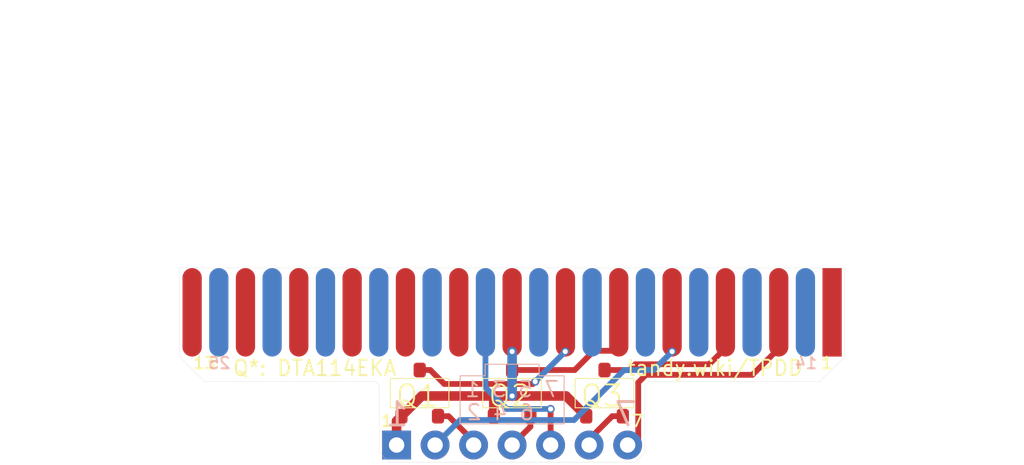
<source format=kicad_pcb>
(kicad_pcb (version 20171130) (host pcbnew 5.1.6-c6e7f7d~87~ubuntu20.04.1)

  (general
    (thickness 1.6)
    (drawings 27)
    (tracks 54)
    (zones 0)
    (modules 5)
    (nets 11)
  )

  (page USLetter)
  (layers
    (0 Top signal)
    (31 Bottom signal)
    (32 B.Adhes user hide)
    (33 F.Adhes user hide)
    (34 B.Paste user hide)
    (35 F.Paste user hide)
    (36 B.SilkS user)
    (37 F.SilkS user)
    (38 B.Mask user)
    (39 F.Mask user)
    (40 Dwgs.User user)
    (41 Cmts.User user hide)
    (42 Eco1.User user hide)
    (43 Eco2.User user hide)
    (44 Edge.Cuts user)
    (45 Margin user hide)
    (46 B.CrtYd user hide)
    (47 F.CrtYd user hide)
    (48 B.Fab user hide)
    (49 F.Fab user hide)
  )

  (setup
    (last_trace_width 0.16)
    (user_trace_width 0.2)
    (user_trace_width 0.3)
    (user_trace_width 0.4)
    (user_trace_width 0.5)
    (trace_clearance 0.16)
    (zone_clearance 0.508)
    (zone_45_only no)
    (trace_min 0.16)
    (via_size 0.42)
    (via_drill 0.26)
    (via_min_size 0.42)
    (via_min_drill 0.26)
    (uvia_size 0.42)
    (uvia_drill 0.26)
    (uvias_allowed no)
    (uvia_min_size 0.42)
    (uvia_min_drill 0.26)
    (edge_width 0.0127)
    (segment_width 0.254)
    (pcb_text_width 0.2032)
    (pcb_text_size 1.2192 1.2192)
    (mod_edge_width 0.0508)
    (mod_text_size 0.6096 0.6096)
    (mod_text_width 0.0508)
    (pad_size 1.524 1.524)
    (pad_drill 0.762)
    (pad_to_mask_clearance 0)
    (aux_axis_origin 0 0)
    (grid_origin 144.866 86.9315)
    (visible_elements FFFFFF7F)
    (pcbplotparams
      (layerselection 0x010fc_ffffffff)
      (usegerberextensions false)
      (usegerberattributes false)
      (usegerberadvancedattributes false)
      (creategerberjobfile false)
      (excludeedgelayer true)
      (linewidth 0.100000)
      (plotframeref false)
      (viasonmask false)
      (mode 1)
      (useauxorigin false)
      (hpglpennumber 1)
      (hpglpenspeed 20)
      (hpglpendiameter 15.000000)
      (psnegative false)
      (psa4output false)
      (plotreference true)
      (plotvalue true)
      (plotinvisibletext false)
      (padsonsilk false)
      (subtractmaskfromsilk false)
      (outputformat 1)
      (mirror false)
      (drillshape 1)
      (scaleselection 1)
      (outputdirectory ""))
  )

  (net 0 "")
  (net 1 /TXD)
  (net 2 /RXD_TTL)
  (net 3 /DTR)
  (net 4 /CTS_TTL)
  (net 5 /DSR_TTL)
  (net 6 /RTS)
  (net 7 /GND)
  (net 8 /DSR)
  (net 9 /CTS)
  (net 10 /RXD)

  (net_class Default "This is the default net class."
    (clearance 0.16)
    (trace_width 0.16)
    (via_dia 0.42)
    (via_drill 0.26)
    (uvia_dia 0.42)
    (uvia_drill 0.26)
    (diff_pair_width 0.16)
    (diff_pair_gap 0.16)
    (add_net /CTS)
    (add_net /CTS_TTL)
    (add_net /DSR)
    (add_net /DSR_TTL)
    (add_net /DTR)
    (add_net /GND)
    (add_net /RTS)
    (add_net /RXD)
    (add_net /RXD_TTL)
    (add_net /TXD)
    (add_net "Net-(J2-Pad1)")
    (add_net "Net-(J2-Pad10)")
    (add_net "Net-(J2-Pad11)")
    (add_net "Net-(J2-Pad12)")
    (add_net "Net-(J2-Pad13)")
    (add_net "Net-(J2-Pad14)")
    (add_net "Net-(J2-Pad15)")
    (add_net "Net-(J2-Pad16)")
    (add_net "Net-(J2-Pad17)")
    (add_net "Net-(J2-Pad18)")
    (add_net "Net-(J2-Pad19)")
    (add_net "Net-(J2-Pad21)")
    (add_net "Net-(J2-Pad22)")
    (add_net "Net-(J2-Pad23)")
    (add_net "Net-(J2-Pad24)")
    (add_net "Net-(J2-Pad25)")
    (add_net "Net-(J2-Pad8)")
    (add_net "Net-(J2-Pad9)")
  )

  (module 000_LOCAL:pins_1x7_2mm (layer Top) (tedit 5D2D8A8A) (tstamp 5F2D9C87)
    (at 144.866 93.4315)
    (descr "Through hole straight pin header, 1x07, 2.00mm pitch, single row")
    (tags "Through hole pin header THT 1x07 2.00mm single row")
    (path /5F2DD465)
    (fp_text reference J1 (at 0.5 -2.11) (layer F.SilkS) hide
      (effects (font (size 1 1) (thickness 0.15)))
    )
    (fp_text value "7 x wire pads" (at 0 1.89) (layer F.Fab) hide
      (effects (font (size 1 1) (thickness 0.15)))
    )
    (fp_line (start -7 0.5) (end -7 -1) (layer F.Fab) (width 0.1))
    (fp_line (start -7 -1) (end 7 -1) (layer F.Fab) (width 0.1))
    (fp_line (start 7 -1) (end 7 1) (layer F.Fab) (width 0.1))
    (fp_line (start 7 1) (end -6.5 1) (layer F.Fab) (width 0.1))
    (fp_line (start -6.5 1) (end -7 0.5) (layer F.Fab) (width 0.1))
    (fp_text user 7 (at 6.5 -1.253 unlocked) (layer F.SilkS)
      (effects (font (size 0.6 0.6) (thickness 0.1)))
    )
    (fp_text user 1 (at -6.51 -1.253 unlocked) (layer F.SilkS)
      (effects (font (size 0.6 0.6) (thickness 0.1)))
    )
    (fp_text user %R (at 0.5 -2.11 180) (layer F.Fab)
      (effects (font (size 1 1) (thickness 0.15)))
    )
    (pad 1 thru_hole rect (at -6 0 90) (size 1.5 1.5) (drill 0.8) (layers *.Cu *.Mask)
      (net 7 /GND))
    (pad 2 thru_hole circle (at -4 0 90) (size 1.5 1.5) (drill 0.8) (layers *.Cu *.Mask)
      (net 6 /RTS))
    (pad 3 thru_hole circle (at -2 0 90) (size 1.5 1.5) (drill 0.8) (layers *.Cu *.Mask)
      (net 5 /DSR_TTL))
    (pad 4 thru_hole circle (at 0 0 90) (size 1.5 1.5) (drill 0.8) (layers *.Cu *.Mask)
      (net 4 /CTS_TTL))
    (pad 5 thru_hole circle (at 2 0 90) (size 1.5 1.5) (drill 0.8) (layers *.Cu *.Mask)
      (net 3 /DTR))
    (pad 6 thru_hole circle (at 4 0 90) (size 1.5 1.5) (drill 0.8) (layers *.Cu *.Mask)
      (net 2 /RXD_TTL))
    (pad 7 thru_hole circle (at 6 0 90) (size 1.5 1.5) (drill 0.8) (layers *.Cu *.Mask)
      (net 1 /TXD))
    (model ${KISYS3DMOD}/Pin_Headers.3dshapes/Pin_Header_Straight_1x07_Pitch2.00mm.wrl
      (at (xyz 0 0 0))
      (scale (xyz 1 1 1))
      (rotate (xyz 0 0 0))
    )
  )

  (module 000_LOCAL:SC-59 (layer Top) (tedit 5F2C749B) (tstamp 5D237AEB)
    (at 149.666 90.7315 90)
    (descr "SC-59, https://lib.chipdip.ru/images/import_diod/original/SOT-23_SC-59.jpg")
    (tags SC-59)
    (path /5F2E424E)
    (attr smd)
    (fp_text reference Q3 (at 0.5 -1.3 unlocked) (layer F.SilkS)
      (effects (font (size 1.1 1.1) (thickness 0.1)) (justify left top))
    )
    (fp_text value DTA114EKA (at -1.905 3.175 270) (layer F.Fab) hide
      (effects (font (size 1.2065 1.2065) (thickness 0.1016)) (justify left top))
    )
    (fp_line (start -0.762 1.516) (end 0.762 1.516) (layer F.SilkS) (width 0.0508))
    (fp_line (start -0.762 -1.524) (end 0.762 -1.524) (layer F.SilkS) (width 0.0508))
    (fp_line (start -0.762 -1.524) (end -0.762 1.516) (layer F.SilkS) (width 0.0508))
    (fp_line (start 0.762 -1.524) (end 0.762 1.516) (layer F.SilkS) (width 0.0508))
    (fp_text user %R (at 0 0) (layer F.Fab) hide
      (effects (font (size 0.5 0.5) (thickness 0.075)))
    )
    (pad 1 smd roundrect (at -1.2 -0.95 90) (size 0.762 0.635) (layers Top F.Paste F.Mask) (roundrect_rratio 0.25)
      (net 7 /GND))
    (pad 2 smd roundrect (at -1.2 0.95 90) (size 0.762 0.635) (layers Top F.Paste F.Mask) (roundrect_rratio 0.25)
      (net 2 /RXD_TTL))
    (pad 3 smd roundrect (at 1.2 0 90) (size 0.762 0.635) (layers Top F.Paste F.Mask) (roundrect_rratio 0.25)
      (net 10 /RXD))
    (model ${KIPRJMOD}/000_LOCAL.pretty/3dshapes/SC-59.step
      (at (xyz 0 0 0))
      (scale (xyz 1 1 1))
      (rotate (xyz 0 0 0))
    )
  )

  (module 000_LOCAL:SC-59 (layer Top) (tedit 5F2C749B) (tstamp 5D237AF8)
    (at 144.866 90.7315 90)
    (descr "SC-59, https://lib.chipdip.ru/images/import_diod/original/SOT-23_SC-59.jpg")
    (tags SC-59)
    (path /5F2E2C8F)
    (attr smd)
    (fp_text reference Q2 (at 0.5 -1.3 unlocked) (layer F.SilkS)
      (effects (font (size 1.1 1.1) (thickness 0.1)) (justify left top))
    )
    (fp_text value DTA114EKA (at -1.905 3.175 270) (layer F.Fab) hide
      (effects (font (size 1.2065 1.2065) (thickness 0.1016)) (justify left top))
    )
    (fp_line (start -0.762 1.516) (end 0.762 1.516) (layer F.SilkS) (width 0.0508))
    (fp_line (start -0.762 -1.524) (end 0.762 -1.524) (layer F.SilkS) (width 0.0508))
    (fp_line (start -0.762 -1.524) (end -0.762 1.516) (layer F.SilkS) (width 0.0508))
    (fp_line (start 0.762 -1.524) (end 0.762 1.516) (layer F.SilkS) (width 0.0508))
    (fp_text user %R (at 0 0) (layer F.Fab) hide
      (effects (font (size 0.5 0.5) (thickness 0.075)))
    )
    (pad 1 smd roundrect (at -1.2 -0.95 90) (size 0.762 0.635) (layers Top F.Paste F.Mask) (roundrect_rratio 0.25)
      (net 7 /GND))
    (pad 2 smd roundrect (at -1.2 0.95 90) (size 0.762 0.635) (layers Top F.Paste F.Mask) (roundrect_rratio 0.25)
      (net 4 /CTS_TTL))
    (pad 3 smd roundrect (at 1.2 0 90) (size 0.762 0.635) (layers Top F.Paste F.Mask) (roundrect_rratio 0.25)
      (net 9 /CTS))
    (model ${KIPRJMOD}/000_LOCAL.pretty/3dshapes/SC-59.step
      (at (xyz 0 0 0))
      (scale (xyz 1 1 1))
      (rotate (xyz 0 0 0))
    )
  )

  (module 000_LOCAL:SC-59 (layer Top) (tedit 5F2C749B) (tstamp 5F2E3AF1)
    (at 140.066 90.7315 90)
    (descr "SC-59, https://lib.chipdip.ru/images/import_diod/original/SOT-23_SC-59.jpg")
    (tags SC-59)
    (path /5F2DFF29)
    (attr smd)
    (fp_text reference Q1 (at 0.5 -1.3 unlocked) (layer F.SilkS)
      (effects (font (size 1.1 1.1) (thickness 0.1)) (justify left top))
    )
    (fp_text value DTA114EKA (at -1.905 3.175 270) (layer F.Fab) hide
      (effects (font (size 1.2065 1.2065) (thickness 0.1016)) (justify left top))
    )
    (fp_line (start -0.762 1.516) (end 0.762 1.516) (layer F.SilkS) (width 0.0508))
    (fp_line (start -0.762 -1.524) (end 0.762 -1.524) (layer F.SilkS) (width 0.0508))
    (fp_line (start -0.762 -1.524) (end -0.762 1.516) (layer F.SilkS) (width 0.0508))
    (fp_line (start 0.762 -1.524) (end 0.762 1.516) (layer F.SilkS) (width 0.0508))
    (fp_text user %R (at 0 0) (layer F.Fab) hide
      (effects (font (size 0.5 0.5) (thickness 0.075)))
    )
    (pad 1 smd roundrect (at -1.2 -0.95 90) (size 0.762 0.635) (layers Top F.Paste F.Mask) (roundrect_rratio 0.25)
      (net 7 /GND))
    (pad 2 smd roundrect (at -1.2 0.95 90) (size 0.762 0.635) (layers Top F.Paste F.Mask) (roundrect_rratio 0.25)
      (net 5 /DSR_TTL))
    (pad 3 smd roundrect (at 1.2 0 90) (size 0.762 0.635) (layers Top F.Paste F.Mask) (roundrect_rratio 0.25)
      (net 8 /DSR))
    (model ${KIPRJMOD}/000_LOCAL.pretty/3dshapes/SC-59.step
      (at (xyz 0 0 0))
      (scale (xyz 1 1 1))
      (rotate (xyz 0 0 0))
    )
  )

  (module 000_LOCAL:DSUB-25_Male_EdgeMount_P2.77mm (layer Top) (tedit 5F2C6A8A) (tstamp 5D238661)
    (at 144.866 86.0315 180)
    (descr "25-pin D-Sub connector, solder-cups edge-mounted, male, x-pin-pitch 2.77mm, distance of mounting holes 47.1mm, see https://disti-assets.s3.amazonaws.com/tonar/files/datasheets/16730.pdf")
    (tags "25-pin D-Sub connector edge mount solder cup male x-pin-pitch 2.77mm mounting holes distance 47.1mm")
    (path /5F2D078E)
    (attr smd)
    (fp_text reference J2 (at -10.2616 10.16) (layer F.SilkS) hide
      (effects (font (size 1.6891 1.6891) (thickness 0.1778)) (justify right bottom))
    )
    (fp_text value DB25_Male (at -0.1016 10.16) (layer F.Fab) hide
      (effects (font (size 1.6891 1.6891) (thickness 0.1778)) (justify right bottom))
    )
    (fp_line (start -17.22 -0.91) (end -17.22 1.99) (layer F.Fab) (width 0.1))
    (fp_line (start -17.22 1.99) (end -16.02 1.99) (layer F.Fab) (width 0.1))
    (fp_line (start -16.02 1.99) (end -16.02 -0.91) (layer F.Fab) (width 0.1))
    (fp_line (start -16.02 -0.91) (end -17.22 -0.91) (layer F.Fab) (width 0.1))
    (fp_line (start -14.45 -0.91) (end -14.45 1.99) (layer F.Fab) (width 0.1))
    (fp_line (start -14.45 1.99) (end -13.25 1.99) (layer F.Fab) (width 0.1))
    (fp_line (start -13.25 1.99) (end -13.25 -0.91) (layer F.Fab) (width 0.1))
    (fp_line (start -13.25 -0.91) (end -14.45 -0.91) (layer F.Fab) (width 0.1))
    (fp_line (start -11.68 -0.91) (end -11.68 1.99) (layer F.Fab) (width 0.1))
    (fp_line (start -11.68 1.99) (end -10.48 1.99) (layer F.Fab) (width 0.1))
    (fp_line (start -10.48 1.99) (end -10.48 -0.91) (layer F.Fab) (width 0.1))
    (fp_line (start -10.48 -0.91) (end -11.68 -0.91) (layer F.Fab) (width 0.1))
    (fp_line (start -8.91 -0.91) (end -8.91 1.99) (layer F.Fab) (width 0.1))
    (fp_line (start -8.91 1.99) (end -7.71 1.99) (layer F.Fab) (width 0.1))
    (fp_line (start -7.71 1.99) (end -7.71 -0.91) (layer F.Fab) (width 0.1))
    (fp_line (start -7.71 -0.91) (end -8.91 -0.91) (layer F.Fab) (width 0.1))
    (fp_line (start -6.14 -0.91) (end -6.14 1.99) (layer F.Fab) (width 0.1))
    (fp_line (start -6.14 1.99) (end -4.94 1.99) (layer F.Fab) (width 0.1))
    (fp_line (start -4.94 1.99) (end -4.94 -0.91) (layer F.Fab) (width 0.1))
    (fp_line (start -4.94 -0.91) (end -6.14 -0.91) (layer F.Fab) (width 0.1))
    (fp_line (start -3.37 -0.91) (end -3.37 1.99) (layer F.Fab) (width 0.1))
    (fp_line (start -3.37 1.99) (end -2.17 1.99) (layer F.Fab) (width 0.1))
    (fp_line (start -2.17 1.99) (end -2.17 -0.91) (layer F.Fab) (width 0.1))
    (fp_line (start -2.17 -0.91) (end -3.37 -0.91) (layer F.Fab) (width 0.1))
    (fp_line (start -0.6 -0.91) (end -0.6 1.99) (layer F.Fab) (width 0.1))
    (fp_line (start -0.6 1.99) (end 0.6 1.99) (layer F.Fab) (width 0.1))
    (fp_line (start 0.6 1.99) (end 0.6 -0.91) (layer F.Fab) (width 0.1))
    (fp_line (start 0.6 -0.91) (end -0.6 -0.91) (layer F.Fab) (width 0.1))
    (fp_line (start 2.17 -0.91) (end 2.17 1.99) (layer F.Fab) (width 0.1))
    (fp_line (start 2.17 1.99) (end 3.37 1.99) (layer F.Fab) (width 0.1))
    (fp_line (start 3.37 1.99) (end 3.37 -0.91) (layer F.Fab) (width 0.1))
    (fp_line (start 3.37 -0.91) (end 2.17 -0.91) (layer F.Fab) (width 0.1))
    (fp_line (start 4.94 -0.91) (end 4.94 1.99) (layer F.Fab) (width 0.1))
    (fp_line (start 4.94 1.99) (end 6.14 1.99) (layer F.Fab) (width 0.1))
    (fp_line (start 6.14 1.99) (end 6.14 -0.91) (layer F.Fab) (width 0.1))
    (fp_line (start 6.14 -0.91) (end 4.94 -0.91) (layer F.Fab) (width 0.1))
    (fp_line (start 7.71 -0.91) (end 7.71 1.99) (layer F.Fab) (width 0.1))
    (fp_line (start 7.71 1.99) (end 8.91 1.99) (layer F.Fab) (width 0.1))
    (fp_line (start 8.91 1.99) (end 8.91 -0.91) (layer F.Fab) (width 0.1))
    (fp_line (start 8.91 -0.91) (end 7.71 -0.91) (layer F.Fab) (width 0.1))
    (fp_line (start 10.48 -0.91) (end 10.48 1.99) (layer F.Fab) (width 0.1))
    (fp_line (start 10.48 1.99) (end 11.68 1.99) (layer F.Fab) (width 0.1))
    (fp_line (start 11.68 1.99) (end 11.68 -0.91) (layer F.Fab) (width 0.1))
    (fp_line (start 11.68 -0.91) (end 10.48 -0.91) (layer F.Fab) (width 0.1))
    (fp_line (start 13.25 -0.91) (end 13.25 1.99) (layer F.Fab) (width 0.1))
    (fp_line (start 13.25 1.99) (end 14.45 1.99) (layer F.Fab) (width 0.1))
    (fp_line (start 14.45 1.99) (end 14.45 -0.91) (layer F.Fab) (width 0.1))
    (fp_line (start 14.45 -0.91) (end 13.25 -0.91) (layer F.Fab) (width 0.1))
    (fp_line (start 16.02 -0.91) (end 16.02 1.99) (layer F.Fab) (width 0.1))
    (fp_line (start 16.02 1.99) (end 17.22 1.99) (layer F.Fab) (width 0.1))
    (fp_line (start 17.22 1.99) (end 17.22 -0.91) (layer F.Fab) (width 0.1))
    (fp_line (start 17.22 -0.91) (end 16.02 -0.91) (layer F.Fab) (width 0.1))
    (fp_line (start -15.835 -0.91) (end -15.835 1.99) (layer B.Fab) (width 0.1))
    (fp_line (start -15.835 1.99) (end -14.635 1.99) (layer B.Fab) (width 0.1))
    (fp_line (start -14.635 1.99) (end -14.635 -0.91) (layer B.Fab) (width 0.1))
    (fp_line (start -14.635 -0.91) (end -15.835 -0.91) (layer B.Fab) (width 0.1))
    (fp_line (start -13.065 -0.91) (end -13.065 1.99) (layer B.Fab) (width 0.1))
    (fp_line (start -13.065 1.99) (end -11.865 1.99) (layer B.Fab) (width 0.1))
    (fp_line (start -11.865 1.99) (end -11.865 -0.91) (layer B.Fab) (width 0.1))
    (fp_line (start -11.865 -0.91) (end -13.065 -0.91) (layer B.Fab) (width 0.1))
    (fp_line (start -10.295 -0.91) (end -10.295 1.99) (layer B.Fab) (width 0.1))
    (fp_line (start -10.295 1.99) (end -9.095 1.99) (layer B.Fab) (width 0.1))
    (fp_line (start -9.095 1.99) (end -9.095 -0.91) (layer B.Fab) (width 0.1))
    (fp_line (start -9.095 -0.91) (end -10.295 -0.91) (layer B.Fab) (width 0.1))
    (fp_line (start -7.525 -0.91) (end -7.525 1.99) (layer B.Fab) (width 0.1))
    (fp_line (start -7.525 1.99) (end -6.325 1.99) (layer B.Fab) (width 0.1))
    (fp_line (start -6.325 1.99) (end -6.325 -0.91) (layer B.Fab) (width 0.1))
    (fp_line (start -6.325 -0.91) (end -7.525 -0.91) (layer B.Fab) (width 0.1))
    (fp_line (start -4.755 -0.91) (end -4.755 1.99) (layer B.Fab) (width 0.1))
    (fp_line (start -4.755 1.99) (end -3.555 1.99) (layer B.Fab) (width 0.1))
    (fp_line (start -3.555 1.99) (end -3.555 -0.91) (layer B.Fab) (width 0.1))
    (fp_line (start -3.555 -0.91) (end -4.755 -0.91) (layer B.Fab) (width 0.1))
    (fp_line (start -1.985 -0.91) (end -1.985 1.99) (layer B.Fab) (width 0.1))
    (fp_line (start -1.985 1.99) (end -0.785 1.99) (layer B.Fab) (width 0.1))
    (fp_line (start -0.785 1.99) (end -0.785 -0.91) (layer B.Fab) (width 0.1))
    (fp_line (start -0.785 -0.91) (end -1.985 -0.91) (layer B.Fab) (width 0.1))
    (fp_line (start 0.785 -0.91) (end 0.785 1.99) (layer B.Fab) (width 0.1))
    (fp_line (start 0.785 1.99) (end 1.985 1.99) (layer B.Fab) (width 0.1))
    (fp_line (start 1.985 1.99) (end 1.985 -0.91) (layer B.Fab) (width 0.1))
    (fp_line (start 1.985 -0.91) (end 0.785 -0.91) (layer B.Fab) (width 0.1))
    (fp_line (start 3.555 -0.91) (end 3.555 1.99) (layer B.Fab) (width 0.1))
    (fp_line (start 3.555 1.99) (end 4.755 1.99) (layer B.Fab) (width 0.1))
    (fp_line (start 4.755 1.99) (end 4.755 -0.91) (layer B.Fab) (width 0.1))
    (fp_line (start 4.755 -0.91) (end 3.555 -0.91) (layer B.Fab) (width 0.1))
    (fp_line (start 6.325 -0.91) (end 6.325 1.99) (layer B.Fab) (width 0.1))
    (fp_line (start 6.325 1.99) (end 7.525 1.99) (layer B.Fab) (width 0.1))
    (fp_line (start 7.525 1.99) (end 7.525 -0.91) (layer B.Fab) (width 0.1))
    (fp_line (start 7.525 -0.91) (end 6.325 -0.91) (layer B.Fab) (width 0.1))
    (fp_line (start 9.095 -0.91) (end 9.095 1.99) (layer B.Fab) (width 0.1))
    (fp_line (start 9.095 1.99) (end 10.295 1.99) (layer B.Fab) (width 0.1))
    (fp_line (start 10.295 1.99) (end 10.295 -0.91) (layer B.Fab) (width 0.1))
    (fp_line (start 10.295 -0.91) (end 9.095 -0.91) (layer B.Fab) (width 0.1))
    (fp_line (start 11.865 -0.91) (end 11.865 1.99) (layer B.Fab) (width 0.1))
    (fp_line (start 11.865 1.99) (end 13.065 1.99) (layer B.Fab) (width 0.1))
    (fp_line (start 13.065 1.99) (end 13.065 -0.91) (layer B.Fab) (width 0.1))
    (fp_line (start 13.065 -0.91) (end 11.865 -0.91) (layer B.Fab) (width 0.1))
    (fp_line (start 14.635 -0.91) (end 14.635 1.99) (layer B.Fab) (width 0.1))
    (fp_line (start 14.635 1.99) (end 15.835 1.99) (layer B.Fab) (width 0.1))
    (fp_line (start 15.835 1.99) (end 15.835 -0.91) (layer B.Fab) (width 0.1))
    (fp_line (start 15.835 -0.91) (end 14.635 -0.91) (layer B.Fab) (width 0.1))
    (fp_line (start -18.55 1.99) (end -18.55 4.79) (layer F.Fab) (width 0.1))
    (fp_line (start -18.55 4.79) (end 18.55 4.79) (layer F.Fab) (width 0.1))
    (fp_line (start 18.55 4.79) (end 18.55 1.99) (layer F.Fab) (width 0.1))
    (fp_line (start 18.55 1.99) (end -18.55 1.99) (layer F.Fab) (width 0.1))
    (fp_line (start -19.55 4.79) (end -19.55 9.29) (layer F.Fab) (width 0.1))
    (fp_line (start -19.55 9.29) (end 19.55 9.29) (layer F.Fab) (width 0.1))
    (fp_line (start 19.55 9.29) (end 19.55 4.79) (layer F.Fab) (width 0.1))
    (fp_line (start 19.55 4.79) (end -19.55 4.79) (layer F.Fab) (width 0.1))
    (fp_line (start -26.55 9.29) (end -26.55 9.69) (layer F.Fab) (width 0.1))
    (fp_line (start -26.55 9.69) (end 26.55 9.69) (layer F.Fab) (width 0.1))
    (fp_line (start 26.55 9.69) (end 26.55 9.29) (layer F.Fab) (width 0.1))
    (fp_line (start 26.55 9.29) (end -26.55 9.29) (layer F.Fab) (width 0.1))
    (fp_line (start -19.15 9.69) (end -19.15 15.69) (layer F.Fab) (width 0.1))
    (fp_line (start -19.15 15.69) (end 19.15 15.69) (layer F.Fab) (width 0.1))
    (fp_line (start 19.15 15.69) (end 19.15 9.69) (layer F.Fab) (width 0.1))
    (fp_line (start 19.15 9.69) (end -19.15 9.69) (layer F.Fab) (width 0.1))
    (fp_text user 14 (at -14.62 -3.49) (layer B.SilkS)
      (effects (font (size 0.6 0.6) (thickness 0.1)) (justify right bottom mirror))
    )
    (fp_text user 13 (at 15.34 -3.49) (layer F.SilkS)
      (effects (font (size 0.6 0.6) (thickness 0.1)) (justify right bottom))
    )
    (fp_text user 25 (at 15.85 -3.49) (layer B.SilkS)
      (effects (font (size 0.6 0.6) (thickness 0.1)) (justify right bottom mirror))
    )
    (fp_text user 1 (at -16.69 -3.49) (layer F.SilkS)
      (effects (font (size 0.6 0.6) (thickness 0.1)) (justify right bottom))
    )
    (fp_text user %R (at 0 3.39) (layer F.Fab)
      (effects (font (size 1 1) (thickness 0.15)))
    )
    (pad 25 smd oval (at 15.235 -0.5 180) (size 1 4.6) (layers Bottom B.Paste B.Mask))
    (pad 24 smd oval (at 12.465 -0.5 180) (size 1 4.6) (layers Bottom B.Paste B.Mask))
    (pad 23 smd oval (at 9.695 -0.5 180) (size 1 4.6) (layers Bottom B.Paste B.Mask))
    (pad 22 smd oval (at 6.925 -0.5 180) (size 1 4.6) (layers Bottom B.Paste B.Mask))
    (pad 21 smd oval (at 4.155 -0.5 180) (size 1 4.6) (layers Bottom B.Paste B.Mask))
    (pad 20 smd oval (at 1.385 -0.5 180) (size 1 4.6) (layers Bottom B.Paste B.Mask)
      (net 3 /DTR))
    (pad 19 smd oval (at -1.385 -0.5 180) (size 1 4.6) (layers Bottom B.Paste B.Mask))
    (pad 18 smd oval (at -4.155 -0.5 180) (size 1 4.6) (layers Bottom B.Paste B.Mask))
    (pad 17 smd oval (at -6.925 -0.5 180) (size 1 4.6) (layers Bottom B.Paste B.Mask))
    (pad 16 smd oval (at -9.695 -0.5 180) (size 1 4.6) (layers Bottom B.Paste B.Mask))
    (pad 15 smd oval (at -12.465 -0.5 180) (size 1 4.6) (layers Bottom B.Paste B.Mask))
    (pad 14 smd oval (at -15.235 -0.5 180) (size 1 4.6) (layers Bottom B.Paste B.Mask))
    (pad 13 smd oval (at 16.62 -0.5 180) (size 1 4.6) (layers Top F.Paste F.Mask))
    (pad 12 smd oval (at 13.85 -0.5 180) (size 1 4.6) (layers Top F.Paste F.Mask))
    (pad 11 smd oval (at 11.08 -0.5 180) (size 1 4.6) (layers Top F.Paste F.Mask))
    (pad 10 smd oval (at 8.31 -0.5 180) (size 1 4.6) (layers Top F.Paste F.Mask))
    (pad 9 smd oval (at 5.54 -0.5 180) (size 1 4.6) (layers Top F.Paste F.Mask))
    (pad 8 smd oval (at 2.77 -0.5 180) (size 1 4.6) (layers Top F.Paste F.Mask))
    (pad 7 smd oval (at 0 -0.5 180) (size 1 4.6) (layers Top F.Paste F.Mask)
      (net 7 /GND))
    (pad 6 smd oval (at -2.77 -0.5 180) (size 1 4.6) (layers Top F.Paste F.Mask)
      (net 8 /DSR))
    (pad 5 smd oval (at -5.54 -0.5 180) (size 1 4.6) (layers Top F.Paste F.Mask)
      (net 9 /CTS))
    (pad 4 smd oval (at -8.31 -0.5 180) (size 1 4.6) (layers Top F.Paste F.Mask)
      (net 6 /RTS))
    (pad 3 smd oval (at -11.08 -0.5 180) (size 1 4.6) (layers Top F.Paste F.Mask)
      (net 10 /RXD))
    (pad 2 smd oval (at -13.85 -0.5 180) (size 1 4.6) (layers Top F.Paste F.Mask)
      (net 1 /TXD))
    (pad 1 smd rect (at -16.62 -0.5 180) (size 1 4.6) (layers Top F.Paste F.Mask))
    (model ${KIPRJMOD}/000_LOCAL.pretty/3dshapes/connector_a-ds_25_pp_z.stp
      (offset (xyz 0 -8.199999999999999 -0.87))
      (scale (xyz 1 1 1))
      (rotate (xyz -90 0 0))
    )
  )

  (gr_line (start 142.166 89.8315) (end 142.166 92.3315) (layer B.SilkS) (width 0.0508) (tstamp 5F2E4AF4))
  (gr_line (start 142.166 89.8315) (end 143.466 89.8315) (layer B.SilkS) (width 0.0508) (tstamp 5F2E4A95))
  (gr_line (start 143.466 89.2315) (end 143.466 89.8315) (layer B.SilkS) (width 0.0508) (tstamp 5F2E4A38))
  (gr_line (start 137.966 93.8115) (end 138.486 94.3315) (layer Edge.Cuts) (width 0.0127) (tstamp 5F2E47A0))
  (gr_line (start 137.966 90.3315) (end 137.966 93.8115) (layer Edge.Cuts) (width 0.0127) (tstamp 5F2E479A))
  (gr_line (start 137.966 90.3315) (end 137.766 90.1315) (layer Edge.Cuts) (width 0.0127) (tstamp 5F2E4793))
  (gr_line (start 128.886 90.1315) (end 137.766 90.1315) (layer Edge.Cuts) (width 0.0127) (tstamp 5F2E478D))
  (gr_line (start 127.586 88.8315) (end 128.886 90.1315) (layer Edge.Cuts) (width 0.0127) (tstamp 5F2E46EE))
  (gr_line (start 162.146 88.8315) (end 160.846 90.1315) (layer Edge.Cuts) (width 0.0127))
  (gr_line (start 151.246 94.3315) (end 138.486 94.3315) (layer Edge.Cuts) (width 0.0127))
  (gr_line (start 151.766 93.8115) (end 151.246 94.3315) (layer Edge.Cuts) (width 0.0127))
  (gr_line (start 162.146 88.8315) (end 162.146 84.2315) (layer Edge.Cuts) (width 0.0127))
  (gr_line (start 151.966 90.1315) (end 160.846 90.1315) (layer Edge.Cuts) (width 0.0127))
  (gr_line (start 151.766 90.3315) (end 151.966 90.1315) (layer Edge.Cuts) (width 0.0127) (tstamp 5F2CFCF6))
  (gr_line (start 127.586 84.2315) (end 127.586 88.8315) (layer Edge.Cuts) (width 0.0127))
  (gr_line (start 151.766 90.3315) (end 151.766 93.8115) (layer Edge.Cuts) (width 0.0127) (tstamp 5F2C6FC9))
  (gr_line (start 127.586 84.2315) (end 162.146 84.2315) (layer Edge.Cuts) (width 0.0127))
  (gr_line (start 147.566 89.8315) (end 147.566 92.3315) (layer B.SilkS) (width 0.0508) (tstamp 5D2D7831))
  (gr_line (start 146.266 89.8315) (end 147.566 89.8315) (layer B.SilkS) (width 0.0508))
  (gr_line (start 146.266 89.2315) (end 146.266 89.8315) (layer B.SilkS) (width 0.0508))
  (gr_line (start 143.466 89.2315) (end 146.266 89.2315) (layer B.SilkS) (width 0.0508) (tstamp 5F2E48CF))
  (gr_line (start 147.566 92.3315) (end 142.166 92.3315) (layer B.SilkS) (width 0.0508))
  (gr_text "  6 4 2" (at 144.866 91.7315) (layer B.SilkS) (tstamp 5D2D7818)
    (effects (font (size 0.8 0.8) (thickness 0.1)) (justify mirror))
  )
  (gr_text "7 5 3 1" (at 144.866 90.5315) (layer B.SilkS)
    (effects (font (size 0.8 0.8) (thickness 0.1)) (justify mirror))
  )
  (gr_text 7 (at 150.7715 91.8315) (layer B.SilkS) (tstamp 5F2D9C73)
    (effects (font (size 1.2192 1.2192) (thickness 0.1524)) (justify mirror))
  )
  (gr_text 1 (at 138.897 91.8315) (layer B.SilkS)
    (effects (font (size 1.2192 1.2192) (thickness 0.1524)) (justify mirror))
  )
  (gr_text "Q*: DTA114EKA                     tandy.wiki/TPDD" (at 145.166 89.4315) (layer F.SilkS)
    (effects (font (size 0.8 0.75) (thickness 0.1)))
  )

  (segment (start 158.716 88.4115) (end 158.716 86.5315) (width 0.3) (layer Top) (net 1))
  (segment (start 157.346 89.7815) (end 158.716 88.4115) (width 0.3) (layer Top) (net 1))
  (segment (start 151.816 89.7815) (end 157.346 89.7815) (width 0.3) (layer Top) (net 1))
  (segment (start 151.416 90.1815) (end 151.816 89.7815) (width 0.3) (layer Top) (net 1))
  (segment (start 151.416 93.1065) (end 151.416 90.1815) (width 0.3) (layer Top) (net 1))
  (segment (start 150.866 93.6565) (end 151.416 93.1065) (width 0.3) (layer Top) (net 1))
  (segment (start 150.866 93.8315) (end 150.866 93.6565) (width 0.3) (layer Top) (net 1))
  (segment (start 150.066 91.9315) (end 150.616 91.9315) (width 0.3) (layer Top) (net 2))
  (segment (start 148.866 93.1315) (end 150.066 91.9315) (width 0.3) (layer Top) (net 2))
  (segment (start 148.866 93.4315) (end 148.866 93.1315) (width 0.3) (layer Top) (net 2))
  (via (at 146.866 91.5565) (size 0.42) (drill 0.26) (layers Top Bottom) (net 3))
  (segment (start 143.481 90.4465) (end 143.481 86.5315) (width 0.3) (layer Bottom) (net 3))
  (segment (start 144.591 91.5565) (end 143.481 90.4465) (width 0.3) (layer Bottom) (net 3))
  (segment (start 146.866 91.5565) (end 144.591 91.5565) (width 0.3) (layer Bottom) (net 3))
  (segment (start 146.866 93.4315) (end 146.866 91.5565) (width 0.3) (layer Top) (net 3))
  (segment (start 145.816 92.4815) (end 145.816 91.9315) (width 0.3) (layer Top) (net 4))
  (segment (start 144.866 93.4315) (end 145.816 92.4815) (width 0.3) (layer Top) (net 4))
  (segment (start 142.866 93.2315) (end 142.866 93.4315) (width 0.3) (layer Top) (net 5))
  (segment (start 141.566 91.9315) (end 142.866 93.2315) (width 0.3) (layer Top) (net 5))
  (segment (start 141.016 91.9315) (end 141.566 91.9315) (width 0.3) (layer Top) (net 5))
  (via (at 153.176 88.5715) (size 0.42) (drill 0.26) (layers Top Bottom) (net 6))
  (segment (start 142.166 92.1315) (end 140.866 93.4315) (width 0.3) (layer Bottom) (net 6))
  (segment (start 150.686 89.5315) (end 148.086 92.1315) (width 0.3) (layer Bottom) (net 6))
  (segment (start 152.216 89.5315) (end 150.686 89.5315) (width 0.3) (layer Bottom) (net 6))
  (segment (start 148.086 92.1315) (end 142.166 92.1315) (width 0.3) (layer Bottom) (net 6))
  (segment (start 153.176 88.5715) (end 152.216 89.5315) (width 0.3) (layer Bottom) (net 6))
  (via (at 144.866 88.5715) (size 0.42) (drill 0.26) (layers Top Bottom) (net 7))
  (via (at 144.866 90.8815) (size 0.42) (drill 0.26) (layers Top Bottom) (net 7))
  (segment (start 138.866 92.1815) (end 139.116 91.9315) (width 0.5) (layer Top) (net 7))
  (segment (start 138.866 93.4315) (end 138.866 92.1815) (width 0.5) (layer Top) (net 7))
  (segment (start 140.166 90.8815) (end 139.116 91.9315) (width 0.5) (layer Top) (net 7))
  (segment (start 147.666 90.8815) (end 148.716 91.9315) (width 0.5) (layer Top) (net 7))
  (segment (start 144.866 90.8815) (end 147.666 90.8815) (width 0.5) (layer Top) (net 7))
  (segment (start 144.866 90.8815) (end 144.866 88.5715) (width 0.5) (layer Bottom) (net 7))
  (segment (start 143.916 91.9315) (end 143.916 90.8815) (width 0.5) (layer Top) (net 7))
  (segment (start 143.916 90.8815) (end 140.166 90.8815) (width 0.5) (layer Top) (net 7))
  (segment (start 144.866 90.8815) (end 143.916 90.8815) (width 0.5) (layer Top) (net 7))
  (via (at 147.626 88.5715) (size 0.42) (drill 0.26) (layers Top Bottom) (net 8) (tstamp 5F2E5993))
  (segment (start 147.626 88.5715) (end 146.066 90.1315) (width 0.3) (layer Bottom) (net 8))
  (via (at 146.066 90.1315) (size 0.42) (drill 0.26) (layers Top Bottom) (net 8))
  (segment (start 140.616 89.5315) (end 140.066 89.5315) (width 0.3) (layer Top) (net 8))
  (segment (start 141.341 90.2565) (end 140.616 89.5315) (width 0.3) (layer Top) (net 8))
  (segment (start 145.941 90.2565) (end 141.341 90.2565) (width 0.3) (layer Top) (net 8))
  (segment (start 146.066 90.1315) (end 145.941 90.2565) (width 0.3) (layer Top) (net 8))
  (segment (start 150.166 88.5315) (end 150.406 88.2915) (width 0.3) (layer Top) (net 9))
  (segment (start 149.116 88.5315) (end 150.166 88.5315) (width 0.3) (layer Top) (net 9))
  (segment (start 150.406 88.2915) (end 150.406 86.5315) (width 0.3) (layer Top) (net 9))
  (segment (start 148.116 89.5315) (end 149.116 88.5315) (width 0.3) (layer Top) (net 9))
  (segment (start 144.866 89.5315) (end 148.116 89.5315) (width 0.3) (layer Top) (net 9))
  (segment (start 155.946 88.3915) (end 155.946 86.5315) (width 0.3) (layer Top) (net 10))
  (segment (start 155.106 89.2315) (end 155.946 88.3915) (width 0.3) (layer Top) (net 10))
  (segment (start 151.266 89.2315) (end 155.106 89.2315) (width 0.3) (layer Top) (net 10))
  (segment (start 150.966 89.5315) (end 151.266 89.2315) (width 0.3) (layer Top) (net 10))
  (segment (start 149.666 89.5315) (end 150.966 89.5315) (width 0.3) (layer Top) (net 10))

)

</source>
